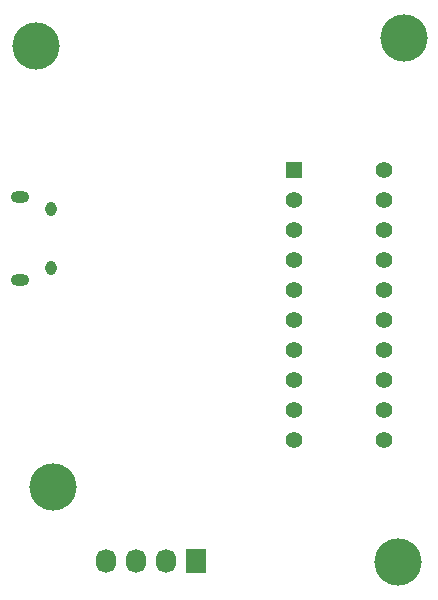
<source format=gbr>
G04 #@! TF.FileFunction,Soldermask,Bot*
%FSLAX46Y46*%
G04 Gerber Fmt 4.6, Leading zero omitted, Abs format (unit mm)*
G04 Created by KiCad (PCBNEW (2015-07-31 BZR 6030)-product) date Fri Sep 11 12:39:26 2015*
%MOMM*%
G01*
G04 APERTURE LIST*
%ADD10C,0.100000*%
%ADD11C,4.000000*%
%ADD12O,0.950000X1.250000*%
%ADD13O,1.550000X1.000000*%
%ADD14R,1.727200X2.032000*%
%ADD15O,1.727200X2.032000*%
%ADD16R,1.397000X1.397000*%
%ADD17C,1.397000*%
G04 APERTURE END LIST*
D10*
D11*
X109372400Y-101092000D03*
X138582400Y-107442000D03*
X139039600Y-63042800D03*
D12*
X109220000Y-77540000D03*
X109220000Y-82540000D03*
D13*
X106520000Y-76540000D03*
X106520000Y-83540000D03*
D14*
X121437400Y-107315000D03*
D15*
X118897400Y-107315000D03*
X116357400Y-107315000D03*
X113817400Y-107315000D03*
D16*
X129743200Y-74269600D03*
D17*
X129743200Y-76809600D03*
X129743200Y-79349600D03*
X129743200Y-81889600D03*
X129743200Y-84429600D03*
X129743200Y-86969600D03*
X129743200Y-89509600D03*
X129743200Y-92049600D03*
X129743200Y-94589600D03*
X129743200Y-97129600D03*
X137363200Y-97129600D03*
X137363200Y-94589600D03*
X137363200Y-92049600D03*
X137363200Y-89509600D03*
X137363200Y-86969600D03*
X137363200Y-84429600D03*
X137363200Y-81889600D03*
X137363200Y-79349600D03*
X137363200Y-76809600D03*
X137363200Y-74269600D03*
D11*
X107950000Y-63754000D03*
M02*

</source>
